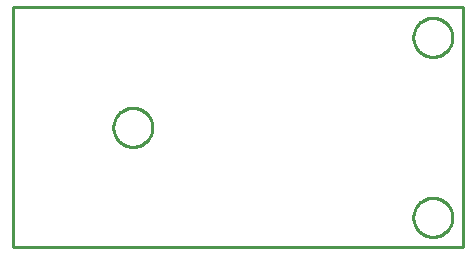
<source format=gbr>
G04 EAGLE Gerber RS-274X export*
G75*
%MOMM*%
%FSLAX34Y34*%
%LPD*%
%IN*%
%IPPOS*%
%AMOC8*
5,1,8,0,0,1.08239X$1,22.5*%
G01*
%ADD10C,0.254000*%


D10*
X0Y0D02*
X381000Y0D01*
X381000Y203200D01*
X0Y203200D01*
X0Y0D01*
X372110Y177260D02*
X372039Y176181D01*
X371898Y175109D01*
X371687Y174049D01*
X371408Y173005D01*
X371060Y171981D01*
X370646Y170983D01*
X370168Y170013D01*
X369628Y169077D01*
X369027Y168178D01*
X368369Y167321D01*
X367657Y166508D01*
X366892Y165744D01*
X366079Y165031D01*
X365222Y164373D01*
X364323Y163772D01*
X363387Y163232D01*
X362417Y162754D01*
X361419Y162340D01*
X360395Y161992D01*
X359351Y161713D01*
X358291Y161502D01*
X357219Y161361D01*
X356140Y161290D01*
X355060Y161290D01*
X353981Y161361D01*
X352909Y161502D01*
X351849Y161713D01*
X350805Y161992D01*
X349781Y162340D01*
X348783Y162754D01*
X347813Y163232D01*
X346877Y163772D01*
X345978Y164373D01*
X345121Y165031D01*
X344308Y165744D01*
X343544Y166508D01*
X342831Y167321D01*
X342173Y168178D01*
X341572Y169077D01*
X341032Y170013D01*
X340554Y170983D01*
X340140Y171981D01*
X339792Y173005D01*
X339513Y174049D01*
X339302Y175109D01*
X339161Y176181D01*
X339090Y177260D01*
X339090Y178340D01*
X339161Y179419D01*
X339302Y180491D01*
X339513Y181551D01*
X339792Y182595D01*
X340140Y183619D01*
X340554Y184617D01*
X341032Y185587D01*
X341572Y186523D01*
X342173Y187422D01*
X342831Y188279D01*
X343544Y189092D01*
X344308Y189857D01*
X345121Y190569D01*
X345978Y191227D01*
X346877Y191828D01*
X347813Y192368D01*
X348783Y192846D01*
X349781Y193260D01*
X350805Y193608D01*
X351849Y193887D01*
X352909Y194098D01*
X353981Y194239D01*
X355060Y194310D01*
X356140Y194310D01*
X357219Y194239D01*
X358291Y194098D01*
X359351Y193887D01*
X360395Y193608D01*
X361419Y193260D01*
X362417Y192846D01*
X363387Y192368D01*
X364323Y191828D01*
X365222Y191227D01*
X366079Y190569D01*
X366892Y189857D01*
X367657Y189092D01*
X368369Y188279D01*
X369027Y187422D01*
X369628Y186523D01*
X370168Y185587D01*
X370646Y184617D01*
X371060Y183619D01*
X371408Y182595D01*
X371687Y181551D01*
X371898Y180491D01*
X372039Y179419D01*
X372110Y178340D01*
X372110Y177260D01*
X372110Y24860D02*
X372039Y23781D01*
X371898Y22709D01*
X371687Y21649D01*
X371408Y20605D01*
X371060Y19581D01*
X370646Y18583D01*
X370168Y17613D01*
X369628Y16677D01*
X369027Y15778D01*
X368369Y14921D01*
X367657Y14108D01*
X366892Y13344D01*
X366079Y12631D01*
X365222Y11973D01*
X364323Y11372D01*
X363387Y10832D01*
X362417Y10354D01*
X361419Y9940D01*
X360395Y9592D01*
X359351Y9313D01*
X358291Y9102D01*
X357219Y8961D01*
X356140Y8890D01*
X355060Y8890D01*
X353981Y8961D01*
X352909Y9102D01*
X351849Y9313D01*
X350805Y9592D01*
X349781Y9940D01*
X348783Y10354D01*
X347813Y10832D01*
X346877Y11372D01*
X345978Y11973D01*
X345121Y12631D01*
X344308Y13344D01*
X343544Y14108D01*
X342831Y14921D01*
X342173Y15778D01*
X341572Y16677D01*
X341032Y17613D01*
X340554Y18583D01*
X340140Y19581D01*
X339792Y20605D01*
X339513Y21649D01*
X339302Y22709D01*
X339161Y23781D01*
X339090Y24860D01*
X339090Y25940D01*
X339161Y27019D01*
X339302Y28091D01*
X339513Y29151D01*
X339792Y30195D01*
X340140Y31219D01*
X340554Y32217D01*
X341032Y33187D01*
X341572Y34123D01*
X342173Y35022D01*
X342831Y35879D01*
X343544Y36692D01*
X344308Y37457D01*
X345121Y38169D01*
X345978Y38827D01*
X346877Y39428D01*
X347813Y39968D01*
X348783Y40446D01*
X349781Y40860D01*
X350805Y41208D01*
X351849Y41487D01*
X352909Y41698D01*
X353981Y41839D01*
X355060Y41910D01*
X356140Y41910D01*
X357219Y41839D01*
X358291Y41698D01*
X359351Y41487D01*
X360395Y41208D01*
X361419Y40860D01*
X362417Y40446D01*
X363387Y39968D01*
X364323Y39428D01*
X365222Y38827D01*
X366079Y38169D01*
X366892Y37457D01*
X367657Y36692D01*
X368369Y35879D01*
X369027Y35022D01*
X369628Y34123D01*
X370168Y33187D01*
X370646Y32217D01*
X371060Y31219D01*
X371408Y30195D01*
X371687Y29151D01*
X371898Y28091D01*
X372039Y27019D01*
X372110Y25940D01*
X372110Y24860D01*
X118110Y101060D02*
X118039Y99981D01*
X117898Y98909D01*
X117687Y97849D01*
X117408Y96805D01*
X117060Y95781D01*
X116646Y94783D01*
X116168Y93813D01*
X115628Y92877D01*
X115027Y91978D01*
X114369Y91121D01*
X113657Y90308D01*
X112892Y89544D01*
X112079Y88831D01*
X111222Y88173D01*
X110323Y87572D01*
X109387Y87032D01*
X108417Y86554D01*
X107419Y86140D01*
X106395Y85792D01*
X105351Y85513D01*
X104291Y85302D01*
X103219Y85161D01*
X102140Y85090D01*
X101060Y85090D01*
X99981Y85161D01*
X98909Y85302D01*
X97849Y85513D01*
X96805Y85792D01*
X95781Y86140D01*
X94783Y86554D01*
X93813Y87032D01*
X92877Y87572D01*
X91978Y88173D01*
X91121Y88831D01*
X90308Y89544D01*
X89544Y90308D01*
X88831Y91121D01*
X88173Y91978D01*
X87572Y92877D01*
X87032Y93813D01*
X86554Y94783D01*
X86140Y95781D01*
X85792Y96805D01*
X85513Y97849D01*
X85302Y98909D01*
X85161Y99981D01*
X85090Y101060D01*
X85090Y102140D01*
X85161Y103219D01*
X85302Y104291D01*
X85513Y105351D01*
X85792Y106395D01*
X86140Y107419D01*
X86554Y108417D01*
X87032Y109387D01*
X87572Y110323D01*
X88173Y111222D01*
X88831Y112079D01*
X89544Y112892D01*
X90308Y113657D01*
X91121Y114369D01*
X91978Y115027D01*
X92877Y115628D01*
X93813Y116168D01*
X94783Y116646D01*
X95781Y117060D01*
X96805Y117408D01*
X97849Y117687D01*
X98909Y117898D01*
X99981Y118039D01*
X101060Y118110D01*
X102140Y118110D01*
X103219Y118039D01*
X104291Y117898D01*
X105351Y117687D01*
X106395Y117408D01*
X107419Y117060D01*
X108417Y116646D01*
X109387Y116168D01*
X110323Y115628D01*
X111222Y115027D01*
X112079Y114369D01*
X112892Y113657D01*
X113657Y112892D01*
X114369Y112079D01*
X115027Y111222D01*
X115628Y110323D01*
X116168Y109387D01*
X116646Y108417D01*
X117060Y107419D01*
X117408Y106395D01*
X117687Y105351D01*
X117898Y104291D01*
X118039Y103219D01*
X118110Y102140D01*
X118110Y101060D01*
M02*

</source>
